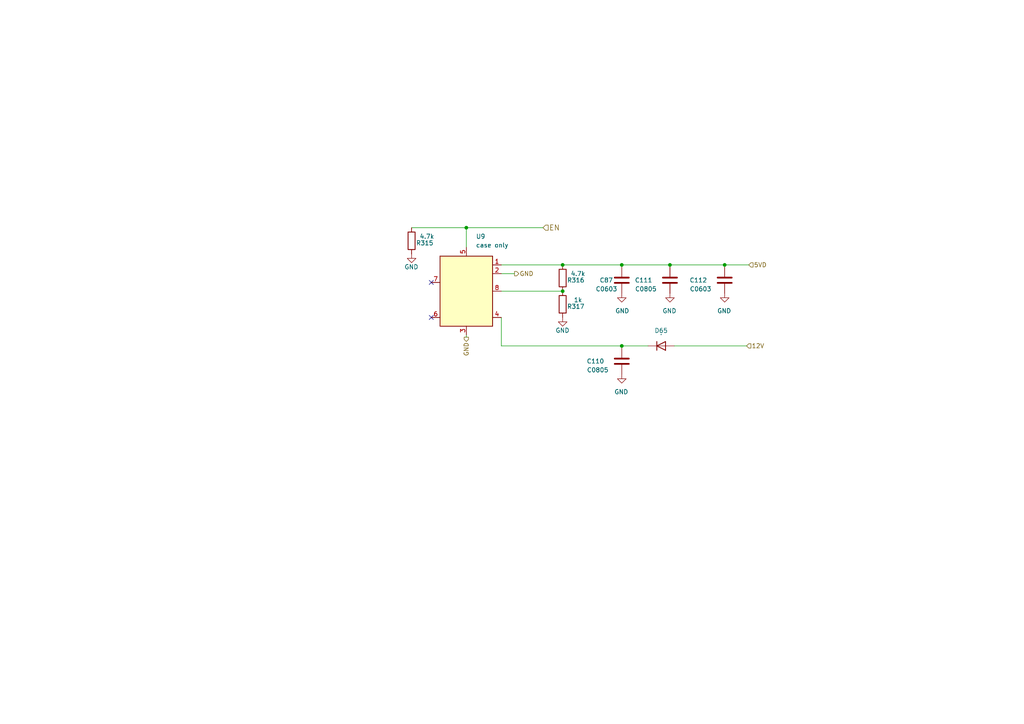
<source format=kicad_sch>
(kicad_sch (version 20211123) (generator eeschema)
  (paper "A4")
  (lib_symbols
    (symbol "Device:C" (pin_numbers hide) (pin_names (offset 0.254))
      (property "Reference" "C" (at 0.635 2.54 0))
      (property "Value" "C" (at 0.635 -2.54 0))
      (symbol "C_0_1"
        (polyline (pts (xy -2.032 -0.762) (xy 2.032 -0.762)) (stroke (width 0.508)))
        (polyline (pts (xy -2.032 0.762) (xy 2.032 0.762)) (stroke (width 0.508)))
      )
      (symbol "C_1_1"
        (pin passive line (at 0 3.81 270) (length 2.794) (name "~") (number "1"))
        (pin passive line (at 0 -3.81 90) (length 2.794) (name "~") (number "2"))
      )
    )
    (symbol "Device:R" (pin_numbers hide) (pin_names (offset 0))
      (property "Reference" "R" (at 2.032 0 90))
      (property "Value" "R" (at 0 0 90))
      (symbol "R_0_1"
        (rectangle (start -1.016 -2.54) (end 1.016 2.54) (stroke (width 0.254)))
      )
      (symbol "R_1_1"
        (pin passive line (at 0 3.81 270) (length 1.27) (name "~") (number "1"))
        (pin passive line (at 0 -3.81 90) (length 1.27) (name "~") (number "2"))
      )
    )
    (symbol "Diode:US2JA" (pin_numbers hide) (pin_names (offset 1.016) hide)
      (property "Reference" "D" (at 0 2.54 0))
      (property "Value" "US2JA" (at 0 -2.54 0))
      (symbol "US2JA_0_1"
        (polyline (pts (xy -1.27 1.27) (xy -1.27 -1.27)) (stroke (width 0.254)))
        (polyline (pts (xy 1.27 0) (xy -1.27 0)))
        (polyline (pts (xy 1.27 1.27) (xy 1.27 -1.27) (xy -1.27 0) (xy 1.27 1.27)) (stroke (width 0.254)))
      )
      (symbol "US2JA_1_1"
        (pin passive line (at -3.81 0 0) (length 2.54) (name "K") (number "1"))
        (pin passive line (at 3.81 0 180) (length 2.54) (name "A") (number "2"))
      )
    )
    (symbol "Regulator_Controller:L6727" (pin_names hide)
      (property "Reference" "U9" (at 2.7687 15.875 0))
      (property "Value" "case only" (at 2.7687 13.335 0))
      (symbol "L6727_0_0"
        (rectangle (start -7.62 10.16) (end 7.62 -10.16) (stroke (width 0.254)) (fill (type background)))
      )
      (symbol "L6727_1_1"
        (pin passive line (at 10.16 7.62 180) (length 2.54) (name "BOOT") (number "1"))
        (pin passive line (at 10.16 5.08 180) (length 2.54) (name "UGATE") (number "2"))
        (pin passive line (at 0 -12.7 90) (length 2.54) (name "GND") (number "3"))
        (pin passive line (at 10.16 -7.62 180) (length 2.54) (name "LGATE") (number "4"))
        (pin passive line (at 0 12.7 270) (length 2.54) (name "VCC") (number "5"))
        (pin passive line (at -10.16 -7.62 0) (length 2.54) (name "FB") (number "6"))
        (pin passive line (at -10.16 2.54 0) (length 2.54) (name "COMP/DIS/OC") (number "7"))
        (pin passive line (at 10.16 0 180) (length 2.54) (name "PHASE") (number "8"))
      )
    )
    (symbol "power:GND" (power) (pin_names (offset 0))
      (property "Value" "GND" (at 0 -3.81 0))
      (symbol "GND_0_1"
        (polyline (pts (xy 0 0) (xy 0 -1.27) (xy 1.27 -1.27) (xy 0 -2.54) (xy -1.27 -1.27) (xy 0 -1.27)))
      )
      (symbol "GND_1_1"
        (pin power_in line (at 0 0 270) (length 0) hide (name "GND") (number "1"))
      )
    )
  )
  (junction (at 135.255 66.04))
  (junction (at 180.34 76.835))
  (junction (at 163.195 84.455))
  (junction (at 163.195 76.835))
  (junction (at 180.34 100.33))
  (junction (at 210.185 76.835))
  (junction (at 194.31 76.835))
  (no_connect (at 125.095 92.075))
  (no_connect (at 125.095 81.915))
  (wire (pts (xy 145.415 84.455) (xy 163.195 84.455)))
  (wire (pts (xy 194.31 76.835) (xy 180.34 76.835)))
  (wire (pts (xy 145.415 100.33) (xy 180.34 100.33)))
  (wire (pts (xy 180.34 100.33) (xy 187.96 100.33)))
  (wire (pts (xy 210.185 77.47) (xy 210.185 76.835)))
  (wire (pts (xy 119.38 66.04) (xy 135.255 66.04)))
  (wire (pts (xy 180.34 77.47) (xy 180.34 76.835)))
  (wire (pts (xy 163.195 76.835) (xy 145.415 76.835)))
  (wire (pts (xy 194.31 77.47) (xy 194.31 76.835)))
  (wire (pts (xy 135.255 97.79) (xy 135.255 97.155)))
  (wire (pts (xy 145.415 92.075) (xy 145.415 100.33)))
  (wire (pts (xy 217.17 76.835) (xy 210.185 76.835)))
  (wire (pts (xy 216.535 100.33) (xy 195.58 100.33)))
  (wire (pts (xy 135.255 66.04) (xy 135.255 71.755)))
  (wire (pts (xy 180.34 100.965) (xy 180.34 100.33)))
  (wire (pts (xy 163.195 76.835) (xy 180.34 76.835)))
  (wire (pts (xy 135.255 66.04) (xy 157.48 66.04)))
  (wire (pts (xy 210.185 76.835) (xy 194.31 76.835)))
  (wire (pts (xy 149.225 79.375) (xy 145.415 79.375)))
  (hierarchical_label "GND" (shape output) (at 135.255 97.79 270))
  (hierarchical_label "5VD" (shape input) (at 217.17 76.835 0))
  (hierarchical_label "12V" (shape input) (at 216.535 100.33 0))
  (hierarchical_label "GND" (shape output) (at 149.225 79.375 0))
  (hierarchical_label "EN" (shape input) (at 157.48 66.04 0) (effects (font (size 1.524 1.524))))
  (symbol (lib_id "Device:R") (at 163.195 80.645 0) (mirror y) (unit 1)
    (property "Reference" "R316" (at 167.005 81.28 0))
    (property "Value" "4.7k" (at 167.64 79.375 0))
    (property "Footprint" "Resistor_SMD:R_0603_1608Metric" (effects hide))
  )
  (symbol (lib_id "Device:C") (at 180.34 81.28 0) (mirror y) (unit 1)
    (property "Reference" "C87" (at 177.8 81.28 0) (effects (justify left)))
    (property "Value" "C0603" (at 179.07 83.82 0) (effects (justify left)))
    (property "Footprint" "Capacitor_SMD:C_0603_1608Metric" (effects hide))
    (property "PageName" "stm32f407_board" (effects hide))
    (property "Part #" "C0603" (effects hide))
  )
  (symbol (lib_id "power:GND") (at 180.34 85.09 0) (unit 1)
    (property "Reference" "#PWR023" (effects hide))
    (property "Value" "GND" (at 178.435 90.17 0) (effects (justify left)))
  )
  (symbol (lib_id "Device:R") (at 163.195 88.265 0) (mirror y) (unit 1)
    (property "Reference" "R317" (at 167.005 88.9 0))
    (property "Value" "1k" (at 167.64 86.995 0))
    (property "Footprint" "Resistor_SMD:R_0603_1608Metric" (effects hide))
  )
  (symbol (lib_id "Device:C") (at 210.185 81.28 0) (mirror y) (unit 1)
    (property "Reference" "C112" (at 205.105 81.28 0) (effects (justify left)))
    (property "Value" "C0603" (at 206.375 83.82 0) (effects (justify left)))
    (property "Footprint" "Capacitor_SMD:C_0603_1608Metric" (effects hide))
    (property "PageName" "stm32f407_board" (effects hide))
    (property "Part #" "C0603" (effects hide))
  )
  (symbol (lib_id "Regulator_Controller:L6727") (at 135.255 84.455 0) (unit 1)
    (property "Reference" "U9" (at 138.0237 68.58 0) (effects (justify left)))
    (property "Value" "case only" (at 138.0237 71.12 0) (effects (justify left)))
    (property "Footprint" "Package_SO:SOIC-8_3.9x4.9mm_P1.27mm" (effects hide))
    (property "Datasheet" "http://www.st.com/resource/en/datasheet/l6727.pdf" (effects hide))
  )
  (symbol (lib_id "power:GND") (at 210.185 85.09 0) (mirror y) (unit 1)
    (property "Reference" "#PWR026" (effects hide))
    (property "Value" "GND" (at 212.09 90.17 0) (effects (justify left)))
  )
  (symbol (lib_id "power:GND") (at 119.38 73.66 0) (mirror y) (unit 1)
    (property "Reference" "#PWR021" (effects hide))
    (property "Value" "GND" (at 121.373 77.4241 0) (effects (justify left)))
  )
  (symbol (lib_id "Device:R") (at 119.38 69.85 0) (mirror y) (unit 1)
    (property "Reference" "R315" (at 123.19 70.485 0))
    (property "Value" "4.7k" (at 123.825 68.58 0))
    (property "Footprint" "Resistor_SMD:R_0603_1608Metric" (effects hide))
  )
  (symbol (lib_id "Device:C") (at 180.34 104.775 0) (mirror y) (unit 1)
    (property "Reference" "C110" (at 175.26 104.775 0) (effects (justify left)))
    (property "Value" "C0805" (at 176.53 107.315 0) (effects (justify left)))
    (property "Footprint" "Capacitor_SMD:C_0805_2012Metric" (effects hide))
  )
  (symbol (lib_id "Device:C") (at 194.31 81.28 0) (mirror y) (unit 1)
    (property "Reference" "C111" (at 189.23 81.28 0) (effects (justify left)))
    (property "Value" "C0805" (at 190.5 83.82 0) (effects (justify left)))
    (property "Footprint" "Capacitor_SMD:C_0805_2012Metric" (effects hide))
  )
  (symbol (lib_id "power:GND") (at 163.195 92.075 0) (mirror y) (unit 1)
    (property "Reference" "#PWR022" (effects hide))
    (property "Value" "GND" (at 165.188 95.8391 0) (effects (justify left)))
  )
  (symbol (lib_id "power:GND") (at 194.31 85.09 0) (mirror y) (unit 1)
    (property "Reference" "#PWR025" (effects hide))
    (property "Value" "GND" (at 196.215 90.17 0) (effects (justify left)))
  )
  (symbol (lib_id "power:GND") (at 180.34 108.585 0) (mirror y) (unit 1)
    (property "Reference" "#PWR024" (effects hide))
    (property "Value" "GND" (at 182.245 113.665 0) (effects (justify left)))
  )
  (symbol (lib_id "Diode:US2JA") (at 191.77 100.33 0) (mirror x) (unit 1)
    (property "Reference" "D65" (at 191.77 95.885 0))
    (property "Value" "." (at 191.77 96.52 0))
    (property "Footprint" "Diode_SMD:D_SMA" (effects hide))
  )
)
</source>
